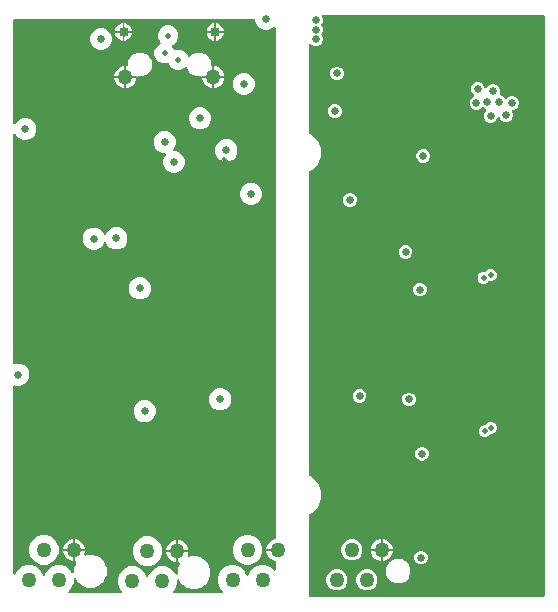
<source format=gbr>
G04 EAGLE Gerber RS-274X export*
G75*
%MOMM*%
%FSLAX34Y34*%
%LPD*%
%INCopper Layer 2*%
%IPPOS*%
%AMOC8*
5,1,8,0,0,1.08239X$1,22.5*%
G01*
G04 Define Apertures*
%ADD10C,1.275000*%
%ADD11C,0.850000*%
%ADD12C,0.650000*%
%ADD13C,0.304800*%
%ADD14C,0.500000*%
%ADD15C,0.600000*%
G36*
X98281Y6937D02*
X98609Y7162D01*
X98824Y7498D01*
X98891Y7890D01*
X98799Y8277D01*
X98598Y8565D01*
X97128Y10036D01*
X95229Y14619D01*
X95229Y19581D01*
X97128Y24164D01*
X100636Y27672D01*
X105219Y29571D01*
X110181Y29571D01*
X114764Y27672D01*
X118272Y24164D01*
X119476Y21258D01*
X119699Y20928D01*
X120032Y20711D01*
X120424Y20641D01*
X120812Y20730D01*
X121135Y20963D01*
X121324Y21258D01*
X122528Y24164D01*
X126036Y27672D01*
X130619Y29571D01*
X135581Y29571D01*
X140164Y27672D01*
X143672Y24164D01*
X144030Y23301D01*
X144253Y22971D01*
X144586Y22753D01*
X144978Y22684D01*
X145366Y22772D01*
X145689Y23005D01*
X145895Y23345D01*
X145954Y23683D01*
X145954Y27660D01*
X147144Y30132D01*
X147167Y30183D01*
X147813Y31742D01*
X147889Y32133D01*
X147807Y32522D01*
X147579Y32849D01*
X147242Y33061D01*
X146889Y33125D01*
X146562Y33125D01*
X146562Y41738D01*
X155175Y41738D01*
X155175Y40635D01*
X154567Y39167D01*
X154491Y38776D01*
X154573Y38387D01*
X154801Y38060D01*
X155138Y37849D01*
X155531Y37785D01*
X155873Y37860D01*
X157046Y38346D01*
X158127Y38346D01*
X158350Y38371D01*
X159800Y38702D01*
X161250Y38371D01*
X161473Y38346D01*
X162554Y38346D01*
X163942Y37771D01*
X164102Y37720D01*
X165962Y37296D01*
X166794Y36632D01*
X167035Y36490D01*
X167643Y36238D01*
X169001Y34880D01*
X169085Y34805D01*
X170904Y33355D01*
X171180Y32780D01*
X171374Y32507D01*
X171538Y32343D01*
X172433Y30183D01*
X172456Y30132D01*
X173646Y27660D01*
X173646Y21340D01*
X172456Y18868D01*
X172433Y18817D01*
X171538Y16657D01*
X171374Y16493D01*
X171180Y16220D01*
X170904Y15645D01*
X169085Y14195D01*
X169001Y14120D01*
X167643Y12762D01*
X167035Y12510D01*
X166794Y12368D01*
X165962Y11704D01*
X164102Y11280D01*
X163942Y11229D01*
X162554Y10654D01*
X161473Y10654D01*
X161250Y10629D01*
X159800Y10298D01*
X158350Y10629D01*
X158127Y10654D01*
X157046Y10654D01*
X155658Y11229D01*
X155498Y11280D01*
X153638Y11704D01*
X152806Y12368D01*
X152565Y12510D01*
X151957Y12762D01*
X150599Y14120D01*
X150515Y14195D01*
X148696Y15645D01*
X148420Y16220D01*
X148226Y16493D01*
X148062Y16657D01*
X147495Y18026D01*
X147272Y18356D01*
X146939Y18573D01*
X146547Y18643D01*
X146159Y18554D01*
X145836Y18322D01*
X145630Y17981D01*
X145571Y17643D01*
X145571Y14619D01*
X143672Y10036D01*
X142202Y8565D01*
X141982Y8233D01*
X141909Y7842D01*
X141994Y7453D01*
X142225Y7129D01*
X142563Y6920D01*
X142909Y6858D01*
X183691Y6858D01*
X184081Y6937D01*
X184409Y7162D01*
X184624Y7498D01*
X184691Y7890D01*
X184599Y8277D01*
X184398Y8565D01*
X181928Y11036D01*
X180029Y15619D01*
X180029Y20581D01*
X181928Y25164D01*
X185436Y28672D01*
X190019Y30571D01*
X194981Y30571D01*
X199564Y28672D01*
X203072Y25164D01*
X204276Y22258D01*
X204499Y21928D01*
X204832Y21711D01*
X205224Y21641D01*
X205612Y21730D01*
X205935Y21963D01*
X206124Y22258D01*
X207328Y25164D01*
X210836Y28672D01*
X215419Y30571D01*
X220381Y30571D01*
X224964Y28672D01*
X227293Y26344D01*
X227625Y26124D01*
X228016Y26051D01*
X228405Y26136D01*
X228729Y26367D01*
X228938Y26705D01*
X229000Y27051D01*
X229000Y33347D01*
X228921Y33737D01*
X228696Y34065D01*
X228383Y34271D01*
X225289Y35552D01*
X222652Y38189D01*
X221225Y41635D01*
X221225Y42738D01*
X231362Y42738D01*
X231362Y44262D01*
X221225Y44262D01*
X221225Y45365D01*
X222652Y48811D01*
X225289Y51448D01*
X228383Y52729D01*
X228713Y52951D01*
X228930Y53285D01*
X229000Y53653D01*
X229000Y85373D01*
X228924Y85756D01*
X228904Y85804D01*
X228904Y94196D01*
X228924Y94244D01*
X229000Y94627D01*
X229000Y375373D01*
X228924Y375756D01*
X228904Y375804D01*
X228904Y384196D01*
X228924Y384244D01*
X229000Y384627D01*
X229000Y485369D01*
X228921Y485759D01*
X228696Y486087D01*
X228361Y486301D01*
X227968Y486368D01*
X227581Y486276D01*
X227293Y486076D01*
X226294Y485077D01*
X222859Y483654D01*
X219141Y483654D01*
X215706Y485077D01*
X213077Y487706D01*
X211654Y491141D01*
X211654Y492142D01*
X211575Y492532D01*
X211350Y492860D01*
X211015Y493075D01*
X210654Y493142D01*
X7858Y493142D01*
X7468Y493063D01*
X7140Y492838D01*
X6925Y492503D01*
X6858Y492142D01*
X6858Y404965D01*
X6937Y404575D01*
X7162Y404246D01*
X7498Y404032D01*
X7890Y403965D01*
X8277Y404057D01*
X8598Y404292D01*
X8782Y404582D01*
X9077Y405294D01*
X11706Y407923D01*
X15141Y409346D01*
X18859Y409346D01*
X22294Y407923D01*
X24923Y405294D01*
X26346Y401859D01*
X26346Y398141D01*
X24923Y394706D01*
X22294Y392077D01*
X18859Y390654D01*
X15141Y390654D01*
X11706Y392077D01*
X9077Y394706D01*
X8782Y395418D01*
X8559Y395748D01*
X8226Y395965D01*
X7834Y396035D01*
X7446Y395947D01*
X7123Y395714D01*
X6917Y395373D01*
X6858Y395035D01*
X6858Y201897D01*
X6937Y201507D01*
X7162Y201179D01*
X7498Y200964D01*
X7890Y200897D01*
X8241Y200973D01*
X9141Y201346D01*
X12859Y201346D01*
X16294Y199923D01*
X18923Y197294D01*
X20346Y193859D01*
X20346Y190141D01*
X18923Y186706D01*
X16294Y184077D01*
X12859Y182654D01*
X9141Y182654D01*
X8241Y183027D01*
X7850Y183103D01*
X7461Y183021D01*
X7134Y182793D01*
X6922Y182456D01*
X6858Y182103D01*
X6858Y23655D01*
X6937Y23265D01*
X7162Y22937D01*
X7498Y22722D01*
X7890Y22655D01*
X8277Y22747D01*
X8598Y22982D01*
X8782Y23272D01*
X9566Y25164D01*
X13074Y28672D01*
X17657Y30571D01*
X22619Y30571D01*
X27202Y28672D01*
X30710Y25164D01*
X31914Y22258D01*
X32137Y21928D01*
X32470Y21711D01*
X32862Y21641D01*
X33250Y21730D01*
X33573Y21963D01*
X33762Y22258D01*
X34966Y25164D01*
X38474Y28672D01*
X43057Y30571D01*
X48019Y30571D01*
X52602Y28672D01*
X56110Y25164D01*
X56468Y24301D01*
X56691Y23971D01*
X57024Y23753D01*
X57416Y23684D01*
X57804Y23772D01*
X58127Y24005D01*
X58333Y24345D01*
X58392Y24683D01*
X58392Y28660D01*
X59582Y31132D01*
X59605Y31183D01*
X60251Y32742D01*
X60327Y33133D01*
X60245Y33522D01*
X60017Y33849D01*
X59680Y34061D01*
X59327Y34125D01*
X59000Y34125D01*
X59000Y42738D01*
X67613Y42738D01*
X67613Y41635D01*
X67005Y40167D01*
X66929Y39776D01*
X67011Y39387D01*
X67239Y39060D01*
X67576Y38849D01*
X67969Y38785D01*
X68311Y38860D01*
X69484Y39346D01*
X70565Y39346D01*
X70788Y39371D01*
X72238Y39702D01*
X73688Y39371D01*
X73911Y39346D01*
X74992Y39346D01*
X76380Y38771D01*
X76540Y38720D01*
X78400Y38296D01*
X79232Y37632D01*
X79473Y37490D01*
X80081Y37238D01*
X81439Y35880D01*
X81523Y35805D01*
X83342Y34355D01*
X83618Y33780D01*
X83812Y33507D01*
X83976Y33343D01*
X84871Y31183D01*
X84894Y31132D01*
X86084Y28660D01*
X86084Y22340D01*
X84894Y19868D01*
X84871Y19817D01*
X83976Y17657D01*
X83812Y17493D01*
X83618Y17220D01*
X83342Y16645D01*
X81523Y15195D01*
X81439Y15120D01*
X80081Y13762D01*
X79473Y13510D01*
X79232Y13368D01*
X78400Y12704D01*
X76540Y12280D01*
X76380Y12229D01*
X74992Y11654D01*
X73911Y11654D01*
X73688Y11629D01*
X72238Y11298D01*
X70788Y11629D01*
X70565Y11654D01*
X69484Y11654D01*
X68096Y12229D01*
X67936Y12280D01*
X66076Y12704D01*
X65244Y13368D01*
X65003Y13510D01*
X64395Y13762D01*
X63037Y15120D01*
X62953Y15195D01*
X61134Y16645D01*
X60858Y17220D01*
X60664Y17493D01*
X60500Y17657D01*
X59933Y19026D01*
X59710Y19356D01*
X59377Y19573D01*
X58985Y19643D01*
X58597Y19554D01*
X58274Y19322D01*
X58068Y18981D01*
X58009Y18643D01*
X58009Y15619D01*
X56110Y11036D01*
X53640Y8565D01*
X53420Y8233D01*
X53347Y7842D01*
X53432Y7453D01*
X53663Y7129D01*
X54001Y6920D01*
X54347Y6858D01*
X97891Y6858D01*
X98281Y6937D01*
G37*
%LPC*%
G36*
X170500Y482762D02*
X170500Y483442D01*
X171604Y486107D01*
X173643Y488146D01*
X176308Y489250D01*
X176988Y489250D01*
X176988Y482762D01*
X170500Y482762D01*
G37*
G36*
X93000Y482762D02*
X93000Y483442D01*
X94104Y486107D01*
X96143Y488146D01*
X98808Y489250D01*
X99488Y489250D01*
X99488Y482762D01*
X93000Y482762D01*
G37*
G36*
X101012Y482762D02*
X101012Y489250D01*
X101692Y489250D01*
X104357Y488146D01*
X106396Y486107D01*
X107500Y483442D01*
X107500Y482762D01*
X101012Y482762D01*
G37*
G36*
X178512Y482762D02*
X178512Y489250D01*
X179192Y489250D01*
X181857Y488146D01*
X183896Y486107D01*
X185000Y483442D01*
X185000Y482762D01*
X178512Y482762D01*
G37*
G36*
X166236Y444337D02*
X165875Y444404D01*
X161295Y444404D01*
X159582Y445393D01*
X159465Y445451D01*
X158281Y445941D01*
X157894Y446328D01*
X157687Y446487D01*
X156609Y447109D01*
X155987Y448187D01*
X155828Y448394D01*
X155441Y448781D01*
X154951Y449965D01*
X154893Y450082D01*
X153841Y451904D01*
X153577Y452202D01*
X153218Y452374D01*
X152821Y452392D01*
X152448Y452254D01*
X152268Y452111D01*
X151369Y451213D01*
X148210Y449904D01*
X144790Y449904D01*
X141631Y451213D01*
X139213Y453631D01*
X138602Y455105D01*
X138379Y455435D01*
X138046Y455653D01*
X137654Y455722D01*
X137295Y455647D01*
X136710Y455404D01*
X133290Y455404D01*
X130131Y456713D01*
X127713Y459131D01*
X126404Y462290D01*
X126404Y465710D01*
X127713Y468869D01*
X130131Y471287D01*
X131170Y471718D01*
X131500Y471940D01*
X131717Y472274D01*
X131787Y472666D01*
X131699Y473054D01*
X131495Y473349D01*
X130713Y474131D01*
X129404Y477290D01*
X129404Y480710D01*
X130713Y483869D01*
X133131Y486287D01*
X136290Y487596D01*
X139710Y487596D01*
X142869Y486287D01*
X145287Y483869D01*
X146596Y480710D01*
X146596Y477290D01*
X145287Y474131D01*
X142869Y471713D01*
X141830Y471282D01*
X141500Y471060D01*
X141283Y470726D01*
X141213Y470334D01*
X141301Y469946D01*
X141505Y469651D01*
X142287Y468869D01*
X142898Y467395D01*
X143121Y467065D01*
X143454Y466848D01*
X143846Y466778D01*
X144205Y466854D01*
X144790Y467096D01*
X148210Y467096D01*
X151369Y465787D01*
X153787Y463369D01*
X154547Y461536D01*
X154769Y461206D01*
X155103Y460989D01*
X155495Y460919D01*
X155883Y461007D01*
X156205Y461240D01*
X156337Y461419D01*
X156609Y461891D01*
X157687Y462513D01*
X157894Y462672D01*
X158281Y463059D01*
X159465Y463549D01*
X159582Y463607D01*
X161295Y464596D01*
X166705Y464596D01*
X168418Y463607D01*
X168535Y463549D01*
X169719Y463059D01*
X170106Y462672D01*
X170313Y462513D01*
X171391Y461891D01*
X172013Y460813D01*
X172172Y460606D01*
X172559Y460219D01*
X173049Y459035D01*
X173107Y458918D01*
X174096Y457205D01*
X174096Y454375D01*
X174175Y453985D01*
X174400Y453657D01*
X174736Y453442D01*
X175096Y453375D01*
X175488Y453375D01*
X175488Y444762D01*
X166494Y444762D01*
X166494Y444171D01*
X166236Y444337D01*
G37*
G36*
X79141Y466654D02*
X75706Y468077D01*
X73077Y470706D01*
X71654Y474141D01*
X71654Y477859D01*
X73077Y481294D01*
X75706Y483923D01*
X79141Y485346D01*
X82859Y485346D01*
X86294Y483923D01*
X88923Y481294D01*
X90346Y477859D01*
X90346Y474141D01*
X88923Y470706D01*
X86294Y468077D01*
X82859Y466654D01*
X79141Y466654D01*
G37*
G36*
X176308Y474750D02*
X173643Y475854D01*
X171604Y477893D01*
X170500Y480558D01*
X170500Y481238D01*
X176988Y481238D01*
X176988Y474750D01*
X176308Y474750D01*
G37*
G36*
X178512Y474750D02*
X178512Y481238D01*
X185000Y481238D01*
X185000Y480558D01*
X183896Y477893D01*
X181857Y475854D01*
X179192Y474750D01*
X178512Y474750D01*
G37*
G36*
X101012Y474750D02*
X101012Y481238D01*
X107500Y481238D01*
X107500Y480558D01*
X106396Y477893D01*
X104357Y475854D01*
X101692Y474750D01*
X101012Y474750D01*
G37*
G36*
X98808Y474750D02*
X96143Y475854D01*
X94104Y477893D01*
X93000Y480558D01*
X93000Y481238D01*
X99488Y481238D01*
X99488Y474750D01*
X98808Y474750D01*
G37*
G36*
X111506Y444762D02*
X102512Y444762D01*
X102512Y453375D01*
X102904Y453375D01*
X103294Y453454D01*
X103622Y453679D01*
X103837Y454015D01*
X103904Y454375D01*
X103904Y457205D01*
X104893Y458918D01*
X104951Y459035D01*
X105441Y460219D01*
X105828Y460606D01*
X105987Y460813D01*
X106609Y461891D01*
X107687Y462513D01*
X107894Y462672D01*
X108281Y463059D01*
X109465Y463549D01*
X109582Y463607D01*
X111295Y464596D01*
X116705Y464596D01*
X118418Y463607D01*
X118535Y463549D01*
X119719Y463059D01*
X120106Y462672D01*
X120313Y462513D01*
X121391Y461891D01*
X122013Y460813D01*
X122172Y460606D01*
X122559Y460219D01*
X123049Y459035D01*
X123107Y458918D01*
X124096Y457205D01*
X124096Y451795D01*
X123107Y450082D01*
X123049Y449965D01*
X122559Y448781D01*
X122172Y448394D01*
X122013Y448187D01*
X121391Y447109D01*
X120313Y446487D01*
X120106Y446328D01*
X119719Y445941D01*
X118535Y445451D01*
X118418Y445393D01*
X116705Y444404D01*
X112125Y444404D01*
X111735Y444325D01*
X111506Y444168D01*
X111506Y444762D01*
G37*
G36*
X92375Y444762D02*
X92375Y445865D01*
X93802Y449311D01*
X96439Y451948D01*
X99885Y453375D01*
X100988Y453375D01*
X100988Y444762D01*
X92375Y444762D01*
G37*
G36*
X177012Y444762D02*
X177012Y453375D01*
X178115Y453375D01*
X181561Y451948D01*
X184198Y449311D01*
X185625Y445865D01*
X185625Y444762D01*
X177012Y444762D01*
G37*
G36*
X200141Y428654D02*
X196706Y430077D01*
X194077Y432706D01*
X192654Y436141D01*
X192654Y439859D01*
X194077Y443294D01*
X196706Y445923D01*
X200141Y447346D01*
X203859Y447346D01*
X207294Y445923D01*
X209923Y443294D01*
X211346Y439859D01*
X211346Y436141D01*
X209923Y432706D01*
X207294Y430077D01*
X203859Y428654D01*
X200141Y428654D01*
G37*
G36*
X177012Y434625D02*
X177012Y443238D01*
X185625Y443238D01*
X185625Y442135D01*
X184198Y438689D01*
X181561Y436052D01*
X178115Y434625D01*
X177012Y434625D01*
G37*
G36*
X99885Y434625D02*
X96439Y436052D01*
X93802Y438689D01*
X92375Y442135D01*
X92375Y443238D01*
X100988Y443238D01*
X100988Y434625D01*
X99885Y434625D01*
G37*
G36*
X102512Y434625D02*
X102512Y443238D01*
X111125Y443238D01*
X111125Y442135D01*
X109698Y438689D01*
X107061Y436052D01*
X103615Y434625D01*
X102512Y434625D01*
G37*
G36*
X174385Y434625D02*
X170939Y436052D01*
X168302Y438689D01*
X166875Y442135D01*
X166875Y443238D01*
X175488Y443238D01*
X175488Y434625D01*
X174385Y434625D01*
G37*
G36*
X163141Y399654D02*
X159706Y401077D01*
X157077Y403706D01*
X155654Y407141D01*
X155654Y410859D01*
X157077Y414294D01*
X159706Y416923D01*
X163141Y418346D01*
X166859Y418346D01*
X170294Y416923D01*
X172923Y414294D01*
X174346Y410859D01*
X174346Y407141D01*
X172923Y403706D01*
X170294Y401077D01*
X166859Y399654D01*
X163141Y399654D01*
G37*
G36*
X141141Y362654D02*
X137706Y364077D01*
X135077Y366706D01*
X133654Y370141D01*
X133654Y373859D01*
X135077Y377294D01*
X135730Y377947D01*
X135949Y378279D01*
X136022Y378670D01*
X135937Y379059D01*
X135707Y379383D01*
X135368Y379592D01*
X135023Y379654D01*
X133141Y379654D01*
X129706Y381077D01*
X127077Y383706D01*
X125654Y387141D01*
X125654Y390859D01*
X127077Y394294D01*
X129706Y396923D01*
X133141Y398346D01*
X136859Y398346D01*
X140294Y396923D01*
X142923Y394294D01*
X144346Y390859D01*
X144346Y387141D01*
X142923Y383706D01*
X142270Y383053D01*
X142051Y382721D01*
X141978Y382330D01*
X142063Y381941D01*
X142293Y381617D01*
X142632Y381408D01*
X142977Y381346D01*
X144859Y381346D01*
X148294Y379923D01*
X150923Y377294D01*
X152346Y373859D01*
X152346Y370141D01*
X150923Y366706D01*
X148294Y364077D01*
X144859Y362654D01*
X141141Y362654D01*
G37*
G36*
X185372Y372454D02*
X181937Y373877D01*
X179308Y376506D01*
X177885Y379941D01*
X177885Y383659D01*
X179308Y387094D01*
X181937Y389723D01*
X185372Y391146D01*
X189090Y391146D01*
X192525Y389723D01*
X195154Y387094D01*
X196577Y383659D01*
X196577Y379941D01*
X195154Y376506D01*
X192525Y373877D01*
X189090Y372454D01*
X185372Y372454D01*
G37*
G36*
X206141Y335654D02*
X202706Y337077D01*
X200077Y339706D01*
X198654Y343141D01*
X198654Y346859D01*
X200077Y350294D01*
X202706Y352923D01*
X206141Y354346D01*
X209859Y354346D01*
X213294Y352923D01*
X215923Y350294D01*
X217346Y346859D01*
X217346Y343141D01*
X215923Y339706D01*
X213294Y337077D01*
X209859Y335654D01*
X206141Y335654D01*
G37*
G36*
X73141Y297654D02*
X69706Y299077D01*
X67077Y301706D01*
X65654Y305141D01*
X65654Y308859D01*
X67077Y312294D01*
X69706Y314923D01*
X73141Y316346D01*
X76859Y316346D01*
X80294Y314923D01*
X82923Y312294D01*
X83594Y310674D01*
X83817Y310344D01*
X84150Y310127D01*
X84542Y310057D01*
X84930Y310145D01*
X85253Y310378D01*
X85442Y310674D01*
X86256Y312640D01*
X88885Y315269D01*
X92320Y316692D01*
X96039Y316692D01*
X99474Y315269D01*
X102103Y312640D01*
X103526Y309205D01*
X103526Y305487D01*
X102103Y302052D01*
X99474Y299423D01*
X96039Y298000D01*
X92320Y298000D01*
X88885Y299423D01*
X86256Y302052D01*
X85585Y303672D01*
X85363Y304002D01*
X85029Y304219D01*
X84638Y304289D01*
X84249Y304201D01*
X83927Y303968D01*
X83738Y303672D01*
X82923Y301706D01*
X80294Y299077D01*
X76859Y297654D01*
X73141Y297654D01*
G37*
G36*
X112141Y255654D02*
X108706Y257077D01*
X106077Y259706D01*
X104654Y263141D01*
X104654Y266859D01*
X106077Y270294D01*
X108706Y272923D01*
X112141Y274346D01*
X115859Y274346D01*
X119294Y272923D01*
X121923Y270294D01*
X123346Y266859D01*
X123346Y263141D01*
X121923Y259706D01*
X119294Y257077D01*
X115859Y255654D01*
X112141Y255654D01*
G37*
G36*
X180141Y161654D02*
X176706Y163077D01*
X174077Y165706D01*
X172654Y169141D01*
X172654Y172859D01*
X174077Y176294D01*
X176706Y178923D01*
X180141Y180346D01*
X183859Y180346D01*
X187294Y178923D01*
X189923Y176294D01*
X191346Y172859D01*
X191346Y169141D01*
X189923Y165706D01*
X187294Y163077D01*
X183859Y161654D01*
X180141Y161654D01*
G37*
G36*
X116141Y151654D02*
X112706Y153077D01*
X110077Y155706D01*
X108654Y159141D01*
X108654Y162859D01*
X110077Y166294D01*
X112706Y168923D01*
X116141Y170346D01*
X119859Y170346D01*
X123294Y168923D01*
X125923Y166294D01*
X127346Y162859D01*
X127346Y159141D01*
X125923Y155706D01*
X123294Y153077D01*
X119859Y151654D01*
X116141Y151654D01*
G37*
G36*
X202719Y31029D02*
X198136Y32928D01*
X194628Y36436D01*
X192729Y41019D01*
X192729Y45981D01*
X194628Y50564D01*
X198136Y54072D01*
X202719Y55971D01*
X207681Y55971D01*
X212264Y54072D01*
X215772Y50564D01*
X217671Y45981D01*
X217671Y41019D01*
X215772Y36436D01*
X212264Y32928D01*
X207681Y31029D01*
X202719Y31029D01*
G37*
G36*
X30357Y31029D02*
X25774Y32928D01*
X22266Y36436D01*
X20367Y41019D01*
X20367Y45981D01*
X22266Y50564D01*
X25774Y54072D01*
X30357Y55971D01*
X35319Y55971D01*
X39902Y54072D01*
X43410Y50564D01*
X45309Y45981D01*
X45309Y41019D01*
X43410Y36436D01*
X39902Y32928D01*
X35319Y31029D01*
X30357Y31029D01*
G37*
G36*
X117919Y30029D02*
X113336Y31928D01*
X109828Y35436D01*
X107929Y40019D01*
X107929Y44981D01*
X109828Y49564D01*
X113336Y53072D01*
X117919Y54971D01*
X122881Y54971D01*
X127464Y53072D01*
X130972Y49564D01*
X132871Y44981D01*
X132871Y40019D01*
X130972Y35436D01*
X127464Y31928D01*
X122881Y30029D01*
X117919Y30029D01*
G37*
G36*
X48863Y44262D02*
X48863Y45365D01*
X50290Y48811D01*
X52927Y51448D01*
X56373Y52875D01*
X57476Y52875D01*
X57476Y44262D01*
X48863Y44262D01*
G37*
G36*
X59000Y44262D02*
X59000Y52875D01*
X60103Y52875D01*
X63549Y51448D01*
X66186Y48811D01*
X67613Y45365D01*
X67613Y44262D01*
X59000Y44262D01*
G37*
G36*
X136425Y43262D02*
X136425Y44365D01*
X137852Y47811D01*
X140489Y50448D01*
X143935Y51875D01*
X145038Y51875D01*
X145038Y43262D01*
X136425Y43262D01*
G37*
G36*
X146562Y43262D02*
X146562Y51875D01*
X147665Y51875D01*
X151111Y50448D01*
X153748Y47811D01*
X155175Y44365D01*
X155175Y43262D01*
X146562Y43262D01*
G37*
G36*
X56373Y34125D02*
X52927Y35552D01*
X50290Y38189D01*
X48863Y41635D01*
X48863Y42738D01*
X57476Y42738D01*
X57476Y34125D01*
X56373Y34125D01*
G37*
G36*
X143935Y33125D02*
X140489Y34552D01*
X137852Y37189D01*
X136425Y40635D01*
X136425Y41738D01*
X145038Y41738D01*
X145038Y33125D01*
X143935Y33125D01*
G37*
%LPD*%
G36*
X455923Y3403D02*
X456340Y3688D01*
X456613Y4114D01*
X456698Y4572D01*
X456698Y495428D01*
X456597Y495923D01*
X456312Y496340D01*
X455886Y496613D01*
X455428Y496698D01*
X269227Y496698D01*
X268731Y496597D01*
X268315Y496312D01*
X268042Y495886D01*
X267957Y495388D01*
X268053Y494942D01*
X268790Y493164D01*
X268790Y490860D01*
X267812Y488499D01*
X267812Y488499D01*
X267801Y488483D01*
X267709Y487986D01*
X267812Y487513D01*
X267812Y487513D01*
X267813Y487511D01*
X267817Y487492D01*
X267826Y487479D01*
X268790Y485152D01*
X268790Y482848D01*
X267812Y480487D01*
X267814Y480486D01*
X267807Y480477D01*
X267715Y479980D01*
X267817Y479515D01*
X267812Y479513D01*
X267823Y479487D01*
X267823Y479486D01*
X267823Y479486D01*
X268790Y477152D01*
X268790Y474848D01*
X267909Y472720D01*
X266280Y471091D01*
X264152Y470210D01*
X261848Y470210D01*
X259720Y471091D01*
X259168Y471644D01*
X258747Y471923D01*
X258250Y472016D01*
X257756Y471907D01*
X257344Y471615D01*
X257078Y471185D01*
X257000Y470746D01*
X257000Y396934D01*
X257101Y396439D01*
X257386Y396022D01*
X257784Y395761D01*
X259936Y394870D01*
X264870Y389936D01*
X267540Y383489D01*
X267540Y376511D01*
X264870Y370064D01*
X259936Y365130D01*
X257784Y364239D01*
X257365Y363957D01*
X257089Y363533D01*
X257000Y363066D01*
X257000Y106934D01*
X257101Y106439D01*
X257386Y106022D01*
X257784Y105761D01*
X259936Y104870D01*
X264870Y99936D01*
X267540Y93489D01*
X267540Y86511D01*
X264870Y80064D01*
X259936Y75130D01*
X257784Y74239D01*
X257365Y73957D01*
X257089Y73533D01*
X257000Y73066D01*
X257000Y4572D01*
X257101Y4077D01*
X257386Y3660D01*
X257812Y3387D01*
X258270Y3302D01*
X455428Y3302D01*
X455923Y3403D01*
G37*
%LPC*%
G36*
X279848Y441210D02*
X277720Y442091D01*
X276091Y443720D01*
X275210Y445848D01*
X275210Y448152D01*
X276091Y450280D01*
X277720Y451909D01*
X279848Y452790D01*
X282152Y452790D01*
X284280Y451909D01*
X285909Y450280D01*
X286790Y448152D01*
X286790Y445848D01*
X285909Y443720D01*
X284280Y442091D01*
X282152Y441210D01*
X279848Y441210D01*
G37*
G36*
X409848Y405210D02*
X407720Y406091D01*
X406091Y407720D01*
X405210Y409848D01*
X405210Y412152D01*
X406091Y414280D01*
X407041Y415229D01*
X407320Y415651D01*
X407413Y416148D01*
X407305Y416641D01*
X407012Y417054D01*
X406629Y417301D01*
X404487Y418188D01*
X404486Y418187D01*
X404477Y418193D01*
X403980Y418286D01*
X403486Y418177D01*
X403102Y417914D01*
X402280Y417091D01*
X400152Y416210D01*
X397848Y416210D01*
X395720Y417091D01*
X394091Y418720D01*
X393210Y420848D01*
X393210Y423152D01*
X394091Y425280D01*
X395720Y426909D01*
X396215Y427113D01*
X396634Y427396D01*
X396910Y427820D01*
X396999Y428317D01*
X396886Y428810D01*
X396627Y429185D01*
X395091Y430720D01*
X394210Y432848D01*
X394210Y435152D01*
X395091Y437280D01*
X396720Y438909D01*
X398848Y439790D01*
X401152Y439790D01*
X403280Y438909D01*
X404909Y437280D01*
X405741Y435270D01*
X406023Y434851D01*
X406447Y434575D01*
X406945Y434487D01*
X407437Y434599D01*
X407847Y434895D01*
X408088Y435270D01*
X408091Y435280D01*
X409720Y436909D01*
X411848Y437790D01*
X414152Y437790D01*
X416280Y436909D01*
X417909Y435280D01*
X418790Y433152D01*
X418790Y430848D01*
X418601Y430393D01*
X418505Y429896D01*
X418609Y429402D01*
X418898Y428987D01*
X419289Y428733D01*
X421280Y427909D01*
X423078Y426110D01*
X423104Y426073D01*
X423527Y425797D01*
X424025Y425709D01*
X424518Y425821D01*
X424892Y426080D01*
X425720Y426909D01*
X427848Y427790D01*
X430152Y427790D01*
X432280Y426909D01*
X433909Y425280D01*
X434790Y423152D01*
X434790Y420848D01*
X433909Y418720D01*
X432280Y417092D01*
X429935Y416120D01*
X429516Y415838D01*
X429240Y415414D01*
X429151Y414917D01*
X429248Y414461D01*
X429790Y413152D01*
X429790Y410848D01*
X428909Y408720D01*
X427280Y407091D01*
X425152Y406210D01*
X422848Y406210D01*
X420720Y407091D01*
X419091Y408720D01*
X418880Y409230D01*
X418598Y409649D01*
X418174Y409925D01*
X417677Y410013D01*
X417184Y409901D01*
X416774Y409605D01*
X416534Y409230D01*
X415909Y407720D01*
X414280Y406091D01*
X412152Y405210D01*
X409848Y405210D01*
G37*
G36*
X277848Y409210D02*
X275720Y410091D01*
X274091Y411720D01*
X273210Y413848D01*
X273210Y416152D01*
X274091Y418280D01*
X275720Y419909D01*
X277848Y420790D01*
X280152Y420790D01*
X282280Y419909D01*
X283909Y418280D01*
X284790Y416152D01*
X284790Y413848D01*
X283909Y411720D01*
X282280Y410091D01*
X280152Y409210D01*
X277848Y409210D01*
G37*
G36*
X352848Y371210D02*
X350720Y372091D01*
X349091Y373720D01*
X348210Y375848D01*
X348210Y378152D01*
X349091Y380280D01*
X350720Y381909D01*
X352848Y382790D01*
X355152Y382790D01*
X357280Y381909D01*
X358909Y380280D01*
X359790Y378152D01*
X359790Y375848D01*
X358909Y373720D01*
X357280Y372091D01*
X355152Y371210D01*
X352848Y371210D01*
G37*
G36*
X290848Y334210D02*
X288720Y335091D01*
X287091Y336720D01*
X286210Y338848D01*
X286210Y341152D01*
X287091Y343280D01*
X288720Y344909D01*
X290848Y345790D01*
X293152Y345790D01*
X295280Y344909D01*
X296909Y343280D01*
X297790Y341152D01*
X297790Y338848D01*
X296909Y336720D01*
X295280Y335091D01*
X293152Y334210D01*
X290848Y334210D01*
G37*
G36*
X337848Y290210D02*
X335720Y291091D01*
X334091Y292720D01*
X333210Y294848D01*
X333210Y297152D01*
X334091Y299280D01*
X335720Y300909D01*
X337848Y301790D01*
X340152Y301790D01*
X342280Y300909D01*
X343909Y299280D01*
X344790Y297152D01*
X344790Y294848D01*
X343909Y292720D01*
X342280Y291091D01*
X340152Y290210D01*
X337848Y290210D01*
G37*
G36*
X403998Y268960D02*
X402145Y269727D01*
X400727Y271145D01*
X399960Y272998D01*
X399960Y275002D01*
X400727Y276855D01*
X402145Y278273D01*
X403998Y279040D01*
X406161Y279040D01*
X406358Y279002D01*
X406852Y279106D01*
X407246Y279374D01*
X408145Y280273D01*
X409998Y281040D01*
X412002Y281040D01*
X413855Y280273D01*
X415273Y278855D01*
X416040Y277002D01*
X416040Y274998D01*
X415273Y273145D01*
X413855Y271727D01*
X412002Y270960D01*
X409839Y270960D01*
X409642Y270998D01*
X409148Y270894D01*
X408754Y270626D01*
X407855Y269727D01*
X406002Y268960D01*
X403998Y268960D01*
G37*
G36*
X349848Y258210D02*
X347720Y259091D01*
X346091Y260720D01*
X345210Y262848D01*
X345210Y265152D01*
X346091Y267280D01*
X347720Y268909D01*
X349848Y269790D01*
X352152Y269790D01*
X354280Y268909D01*
X355909Y267280D01*
X356790Y265152D01*
X356790Y262848D01*
X355909Y260720D01*
X354280Y259091D01*
X352152Y258210D01*
X349848Y258210D01*
G37*
G36*
X298848Y168210D02*
X296720Y169091D01*
X295091Y170720D01*
X294210Y172848D01*
X294210Y175152D01*
X295091Y177280D01*
X296720Y178909D01*
X298848Y179790D01*
X301152Y179790D01*
X303280Y178909D01*
X304909Y177280D01*
X305790Y175152D01*
X305790Y172848D01*
X304909Y170720D01*
X303280Y169091D01*
X301152Y168210D01*
X298848Y168210D01*
G37*
G36*
X340848Y165210D02*
X338720Y166091D01*
X337091Y167720D01*
X336210Y169848D01*
X336210Y172152D01*
X337091Y174280D01*
X338720Y175909D01*
X340848Y176790D01*
X343152Y176790D01*
X345280Y175909D01*
X346909Y174280D01*
X347790Y172152D01*
X347790Y169848D01*
X346909Y167720D01*
X345280Y166091D01*
X343152Y165210D01*
X340848Y165210D01*
G37*
G36*
X404998Y138960D02*
X403145Y139727D01*
X401727Y141145D01*
X400960Y142998D01*
X400960Y145002D01*
X401727Y146855D01*
X403145Y148273D01*
X404998Y149040D01*
X405541Y149040D01*
X406037Y149141D01*
X406453Y149426D01*
X406715Y149824D01*
X406727Y149855D01*
X408145Y151273D01*
X409998Y152040D01*
X412002Y152040D01*
X413855Y151273D01*
X415273Y149855D01*
X416040Y148002D01*
X416040Y145998D01*
X415273Y144145D01*
X413855Y142727D01*
X412002Y141960D01*
X411459Y141960D01*
X410964Y141859D01*
X410547Y141574D01*
X410286Y141176D01*
X410273Y141145D01*
X408855Y139727D01*
X407002Y138960D01*
X404998Y138960D01*
G37*
G36*
X351848Y119210D02*
X349720Y120091D01*
X348091Y121720D01*
X347210Y123848D01*
X347210Y126152D01*
X348091Y128280D01*
X349720Y129909D01*
X351848Y130790D01*
X354152Y130790D01*
X356280Y129909D01*
X357909Y128280D01*
X358790Y126152D01*
X358790Y123848D01*
X357909Y121720D01*
X356280Y120091D01*
X354152Y119210D01*
X351848Y119210D01*
G37*
G36*
X309425Y44262D02*
X309425Y45365D01*
X310852Y48810D01*
X313490Y51448D01*
X316935Y52875D01*
X318038Y52875D01*
X318038Y44262D01*
X309425Y44262D01*
G37*
G36*
X319562Y44262D02*
X319562Y52875D01*
X320665Y52875D01*
X324110Y51448D01*
X326748Y48810D01*
X328175Y45365D01*
X328175Y44262D01*
X319562Y44262D01*
G37*
G36*
X291627Y34585D02*
X288350Y35942D01*
X285842Y38450D01*
X284485Y41727D01*
X284485Y45273D01*
X285842Y48550D01*
X288350Y51058D01*
X291627Y52415D01*
X295173Y52415D01*
X298450Y51058D01*
X300958Y48550D01*
X302315Y45273D01*
X302315Y41727D01*
X300958Y38450D01*
X298450Y35942D01*
X295173Y34585D01*
X291627Y34585D01*
G37*
G36*
X350848Y31210D02*
X348720Y32091D01*
X347091Y33720D01*
X346210Y35848D01*
X346210Y38152D01*
X347091Y40280D01*
X348720Y41909D01*
X350848Y42790D01*
X353152Y42790D01*
X355280Y41909D01*
X356909Y40280D01*
X357790Y38152D01*
X357790Y35848D01*
X356909Y33720D01*
X355280Y32091D01*
X353152Y31210D01*
X350848Y31210D01*
G37*
G36*
X319562Y34125D02*
X319562Y42738D01*
X328175Y42738D01*
X328175Y41635D01*
X326748Y38190D01*
X324110Y35552D01*
X320665Y34125D01*
X319562Y34125D01*
G37*
G36*
X316935Y34125D02*
X313490Y35552D01*
X310852Y38190D01*
X309425Y41635D01*
X309425Y42738D01*
X318038Y42738D01*
X318038Y34125D01*
X316935Y34125D01*
G37*
G36*
X330043Y15210D02*
X328311Y16210D01*
X328162Y16283D01*
X326971Y16777D01*
X326600Y17148D01*
X326337Y17350D01*
X325267Y17967D01*
X324650Y19037D01*
X324448Y19300D01*
X324077Y19671D01*
X323583Y20862D01*
X323510Y21011D01*
X322510Y22743D01*
X322510Y28257D01*
X323510Y29989D01*
X323583Y30138D01*
X324077Y31329D01*
X324448Y31700D01*
X324650Y31963D01*
X325267Y33033D01*
X326337Y33650D01*
X326600Y33852D01*
X326971Y34223D01*
X328162Y34717D01*
X328311Y34790D01*
X330043Y35790D01*
X335557Y35790D01*
X337289Y34790D01*
X337438Y34717D01*
X338629Y34223D01*
X339000Y33852D01*
X339263Y33650D01*
X340333Y33033D01*
X340950Y31963D01*
X341152Y31700D01*
X341523Y31329D01*
X342017Y30138D01*
X342090Y29989D01*
X343090Y28257D01*
X343090Y22743D01*
X342090Y21011D01*
X342017Y20862D01*
X341523Y19671D01*
X341152Y19300D01*
X340950Y19037D01*
X340333Y17967D01*
X339263Y17350D01*
X339000Y17148D01*
X338629Y16777D01*
X337438Y16283D01*
X337289Y16210D01*
X335557Y15210D01*
X330043Y15210D01*
G37*
G36*
X304327Y9185D02*
X301050Y10542D01*
X298542Y13050D01*
X297185Y16327D01*
X297185Y19873D01*
X298542Y23150D01*
X301050Y25658D01*
X304327Y27015D01*
X307873Y27015D01*
X311150Y25658D01*
X313658Y23150D01*
X315015Y19873D01*
X315015Y16327D01*
X313658Y13050D01*
X311150Y10542D01*
X307873Y9185D01*
X304327Y9185D01*
G37*
G36*
X278927Y9185D02*
X275650Y10542D01*
X273142Y13050D01*
X271785Y16327D01*
X271785Y19873D01*
X273142Y23150D01*
X275650Y25658D01*
X278927Y27015D01*
X282473Y27015D01*
X285750Y25658D01*
X288258Y23150D01*
X289615Y19873D01*
X289615Y16327D01*
X288258Y13050D01*
X285750Y10542D01*
X282473Y9185D01*
X278927Y9185D01*
G37*
%LPD*%
D10*
X318800Y43500D03*
X306100Y18100D03*
X293400Y43500D03*
X280700Y18100D03*
X230600Y43500D03*
X217900Y18100D03*
X205200Y43500D03*
X192500Y18100D03*
X58238Y43500D03*
X45538Y18100D03*
X32838Y43500D03*
X20138Y18100D03*
X145800Y42500D03*
X133100Y17100D03*
X120400Y42500D03*
X107700Y17100D03*
X176250Y444000D03*
X101750Y444000D03*
D11*
X177750Y482000D03*
X100250Y482000D03*
D12*
X119000Y241000D03*
X220000Y270000D03*
X200000Y130000D03*
X213000Y187000D03*
X54000Y309000D03*
X55000Y489456D03*
X17000Y489000D03*
X218000Y426000D03*
D13*
X205000Y399646D02*
X193646Y399646D01*
X193000Y399000D01*
X188000Y364314D02*
X185000Y364314D01*
X188365Y369000D02*
X188365Y370979D01*
X185030Y374314D01*
D12*
X216000Y404000D03*
X209000Y359000D03*
X196000Y409000D03*
X205000Y399646D03*
X188000Y364314D03*
X68000Y335000D03*
X43000Y489000D03*
D14*
X164000Y473000D03*
D12*
X121000Y443000D03*
X75000Y292000D03*
X95000Y292000D03*
X265000Y272000D03*
X369000Y209000D03*
X381000Y231000D03*
X379000Y209000D03*
X381000Y218000D03*
X313000Y462000D03*
X444000Y422000D03*
X371000Y357000D03*
X379000Y357000D03*
X376000Y337000D03*
X368000Y340000D03*
X384000Y337000D03*
X380000Y347000D03*
X372000Y95000D03*
X366000Y79000D03*
X374000Y79000D03*
X384000Y78000D03*
X323000Y328000D03*
X285000Y205000D03*
X439000Y285000D03*
X289000Y132000D03*
X416000Y22000D03*
X439000Y151000D03*
X331000Y489000D03*
X346000Y489000D03*
X332000Y472000D03*
X348000Y474000D03*
X370000Y220000D03*
X370000Y231000D03*
X446262Y162000D03*
D14*
X446000Y443175D03*
D15*
X445000Y409000D03*
X444762Y294000D03*
D12*
X364000Y94000D03*
X383000Y96000D03*
X263000Y492012D03*
X263000Y484000D03*
X263000Y476000D03*
X292000Y340000D03*
X353000Y125000D03*
X342000Y171000D03*
X300000Y174000D03*
X351000Y264000D03*
X354000Y377000D03*
X352000Y37000D03*
X279000Y415000D03*
X339000Y296000D03*
X182000Y171000D03*
X208000Y345000D03*
X81000Y476000D03*
X221000Y493000D03*
X165000Y409000D03*
X187231Y381800D03*
X75000Y307000D03*
X94180Y307346D03*
X281000Y447000D03*
X399000Y422000D03*
X408000Y423000D03*
X418000Y423000D03*
X429000Y422000D03*
X424000Y412000D03*
X411000Y411000D03*
D14*
X405000Y274000D03*
X411000Y276000D03*
X411000Y147000D03*
X406000Y144000D03*
D12*
X413000Y432000D03*
X400000Y434000D03*
X143000Y372000D03*
X11000Y192000D03*
X118000Y161000D03*
D14*
X146500Y458500D03*
X135000Y464000D03*
D12*
X135000Y389000D03*
X17000Y400000D03*
X114000Y265000D03*
X202000Y438000D03*
D14*
X138000Y479000D03*
M02*

</source>
